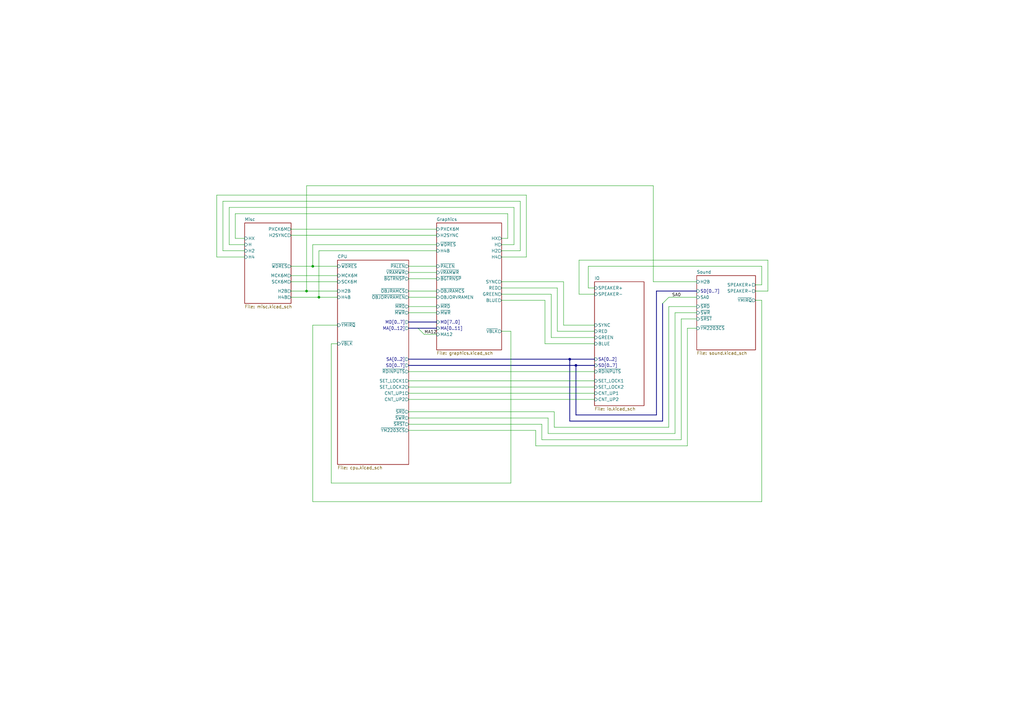
<source format=kicad_sch>
(kicad_sch (version 20211123) (generator eeschema)
  (paper "A3")
  (title_block (title "Insector X - P0-056A") (date "2022-12-06") (company "Ulf Skutnabba, twitter: @skutis77"))
  (lib_symbols)
  (junction (at 236.22 149.86))
  (junction (at 128.27 109.22))
  (junction (at 125.73 119.38))
  (junction (at 233.68 147.32))
  (junction (at 130.81 121.92))
  (bus_entry (at 171.45 134.62) (size 2.54 2.54))
  (bus_entry (at 271.78 124.46) (size 2.54 -2.54))
  (wire (pts (xy 119.38 115.57) (xy 138.43 115.57)))
  (wire (pts (xy 173.99 137.16) (xy 179.07 137.16)))
  (wire (pts (xy 219.71 176.53) (xy 219.71 182.88)))
  (wire (pts (xy 205.74 105.41) (xy 215.9 105.41)))
  (bus (pts (xy 167.64 149.86) (xy 236.22 149.86)))
  (bus (pts (xy 236.22 149.86) (xy 236.22 170.18)))
  (bus (pts (xy 271.78 124.46) (xy 271.78 172.72)))
  (wire (pts (xy 213.36 82.55) (xy 91.44 82.55)))
  (wire (pts (xy 93.98 100.33) (xy 100.33 100.33)))
  (wire (pts (xy 228.6 135.89) (xy 243.84 135.89)))
  (wire (pts (xy 237.49 106.68) (xy 314.96 106.68)))
  (wire (pts (xy 130.81 121.92) (xy 130.81 102.87)))
  (bus (pts (xy 233.68 147.32) (xy 243.84 147.32)))
  (wire (pts (xy 226.06 120.65) (xy 226.06 138.43)))
  (wire (pts (xy 314.96 119.38) (xy 314.96 106.68)))
  (wire (pts (xy 215.9 105.41) (xy 215.9 80.01)))
  (wire (pts (xy 215.9 80.01) (xy 88.9 80.01)))
  (bus (pts (xy 236.22 170.18) (xy 269.24 170.18)))
  (wire (pts (xy 312.42 205.74) (xy 128.27 205.74)))
  (wire (pts (xy 210.82 85.09) (xy 93.98 85.09)))
  (bus (pts (xy 233.68 147.32) (xy 233.68 172.72)))
  (wire (pts (xy 222.25 173.99) (xy 222.25 180.34)))
  (wire (pts (xy 309.88 116.84) (xy 312.42 116.84)))
  (wire (pts (xy 223.52 123.19) (xy 223.52 140.97)))
  (wire (pts (xy 128.27 133.35) (xy 138.43 133.35)))
  (wire (pts (xy 125.73 119.38) (xy 138.43 119.38)))
  (wire (pts (xy 179.07 100.33) (xy 128.27 100.33)))
  (wire (pts (xy 267.97 115.57) (xy 267.97 76.2)))
  (wire (pts (xy 241.3 109.22) (xy 312.42 109.22)))
  (wire (pts (xy 93.98 85.09) (xy 93.98 100.33)))
  (wire (pts (xy 267.97 76.2) (xy 125.73 76.2)))
  (wire (pts (xy 210.82 100.33) (xy 210.82 85.09)))
  (wire (pts (xy 274.32 121.92) (xy 285.75 121.92)))
  (wire (pts (xy 205.74 97.79) (xy 208.28 97.79)))
  (wire (pts (xy 167.64 161.29) (xy 243.84 161.29)))
  (wire (pts (xy 231.14 133.35) (xy 243.84 133.35)))
  (wire (pts (xy 205.74 100.33) (xy 210.82 100.33)))
  (wire (pts (xy 128.27 109.22) (xy 138.43 109.22)))
  (wire (pts (xy 167.64 128.27) (xy 179.07 128.27)))
  (wire (pts (xy 125.73 76.2) (xy 125.73 119.38)))
  (wire (pts (xy 274.32 125.73) (xy 285.75 125.73)))
  (wire (pts (xy 205.74 118.11) (xy 228.6 118.11)))
  (wire (pts (xy 130.81 121.92) (xy 138.43 121.92)))
  (wire (pts (xy 167.64 171.45) (xy 224.79 171.45)))
  (bus (pts (xy 167.64 134.62) (xy 171.45 134.62)))
  (bus (pts (xy 167.64 147.32) (xy 233.68 147.32)))
  (wire (pts (xy 119.38 119.38) (xy 125.73 119.38)))
  (wire (pts (xy 167.64 156.21) (xy 243.84 156.21)))
  (bus (pts (xy 233.68 172.72) (xy 271.78 172.72)))
  (wire (pts (xy 128.27 205.74) (xy 128.27 133.35)))
  (wire (pts (xy 167.64 168.91) (xy 227.33 168.91)))
  (wire (pts (xy 91.44 82.55) (xy 91.44 102.87)))
  (wire (pts (xy 91.44 102.87) (xy 100.33 102.87)))
  (wire (pts (xy 227.33 175.26) (xy 274.32 175.26)))
  (wire (pts (xy 128.27 100.33) (xy 128.27 109.22)))
  (wire (pts (xy 130.81 102.87) (xy 179.07 102.87)))
  (wire (pts (xy 119.38 113.03) (xy 138.43 113.03)))
  (wire (pts (xy 309.88 123.19) (xy 312.42 123.19)))
  (bus (pts (xy 269.24 119.38) (xy 285.75 119.38)))
  (wire (pts (xy 237.49 120.65) (xy 237.49 106.68)))
  (wire (pts (xy 241.3 118.11) (xy 243.84 118.11)))
  (wire (pts (xy 205.74 115.57) (xy 231.14 115.57)))
  (bus (pts (xy 171.45 134.62) (xy 179.07 134.62)))
  (wire (pts (xy 205.74 123.19) (xy 223.52 123.19)))
  (wire (pts (xy 135.89 198.12) (xy 209.55 198.12)))
  (wire (pts (xy 213.36 102.87) (xy 213.36 82.55)))
  (wire (pts (xy 279.4 130.81) (xy 285.75 130.81)))
  (wire (pts (xy 231.14 115.57) (xy 231.14 133.35)))
  (bus (pts (xy 269.24 170.18) (xy 269.24 119.38)))
  (wire (pts (xy 224.79 177.8) (xy 276.86 177.8)))
  (wire (pts (xy 276.86 128.27) (xy 285.75 128.27)))
  (bus (pts (xy 167.64 132.08) (xy 179.07 132.08)))
  (wire (pts (xy 119.38 93.98) (xy 179.07 93.98)))
  (bus (pts (xy 236.22 149.86) (xy 243.84 149.86)))
  (wire (pts (xy 167.64 158.75) (xy 243.84 158.75)))
  (wire (pts (xy 167.64 114.3) (xy 179.07 114.3)))
  (wire (pts (xy 222.25 180.34) (xy 279.4 180.34)))
  (wire (pts (xy 224.79 171.45) (xy 224.79 177.8)))
  (wire (pts (xy 228.6 118.11) (xy 228.6 135.89)))
  (wire (pts (xy 285.75 134.62) (xy 281.94 134.62)))
  (wire (pts (xy 227.33 168.91) (xy 227.33 175.26)))
  (wire (pts (xy 167.64 125.73) (xy 179.07 125.73)))
  (wire (pts (xy 167.64 163.83) (xy 243.84 163.83)))
  (wire (pts (xy 119.38 96.52) (xy 179.07 96.52)))
  (wire (pts (xy 285.75 115.57) (xy 267.97 115.57)))
  (wire (pts (xy 219.71 182.88) (xy 281.94 182.88)))
  (wire (pts (xy 223.52 140.97) (xy 243.84 140.97)))
  (wire (pts (xy 276.86 177.8) (xy 276.86 128.27)))
  (wire (pts (xy 88.9 80.01) (xy 88.9 105.41)))
  (wire (pts (xy 274.32 175.26) (xy 274.32 125.73)))
  (wire (pts (xy 167.64 176.53) (xy 219.71 176.53)))
  (wire (pts (xy 167.64 152.4) (xy 243.84 152.4)))
  (wire (pts (xy 226.06 138.43) (xy 243.84 138.43)))
  (wire (pts (xy 119.38 109.22) (xy 128.27 109.22)))
  (wire (pts (xy 167.64 119.38) (xy 179.07 119.38)))
  (wire (pts (xy 281.94 134.62) (xy 281.94 182.88)))
  (wire (pts (xy 167.64 121.92) (xy 179.07 121.92)))
  (wire (pts (xy 205.74 120.65) (xy 226.06 120.65)))
  (wire (pts (xy 208.28 97.79) (xy 208.28 87.63)))
  (wire (pts (xy 135.89 140.97) (xy 138.43 140.97)))
  (wire (pts (xy 167.64 173.99) (xy 222.25 173.99)))
  (wire (pts (xy 167.64 111.76) (xy 179.07 111.76)))
  (wire (pts (xy 167.64 109.22) (xy 179.07 109.22)))
  (wire (pts (xy 237.49 120.65) (xy 243.84 120.65)))
  (wire (pts (xy 88.9 105.41) (xy 100.33 105.41)))
  (wire (pts (xy 135.89 198.12) (xy 135.89 140.97)))
  (wire (pts (xy 309.88 119.38) (xy 314.96 119.38)))
  (wire (pts (xy 312.42 116.84) (xy 312.42 109.22)))
  (wire (pts (xy 241.3 118.11) (xy 241.3 109.22)))
  (wire (pts (xy 96.52 87.63) (xy 96.52 97.79)))
  (wire (pts (xy 279.4 180.34) (xy 279.4 130.81)))
  (wire (pts (xy 96.52 97.79) (xy 100.33 97.79)))
  (wire (pts (xy 119.38 121.92) (xy 130.81 121.92)))
  (wire (pts (xy 312.42 123.19) (xy 312.42 205.74)))
  (wire (pts (xy 205.74 102.87) (xy 213.36 102.87)))
  (wire (pts (xy 208.28 87.63) (xy 96.52 87.63)))
  (wire (pts (xy 209.55 135.89) (xy 209.55 198.12)))
  (wire (pts (xy 205.74 135.89) (xy 209.55 135.89)))
  (label "SA0" (at 275.59 121.92 0))
  (label "MA12" (at 173.99 137.16 0))
  (sheet (at 285.75 113.03) (size 24.13 30.48) (stroke (width 0.1524))
    (property "Sheet name" "Sound" (at 285.75 112.3184 0) (effects (justify left bottom)))
    (property "Sheet file" "sound.kicad_sch" (at 285.75 144.0946 0) (effects (justify left top)))
    (pin "H2B" input (at 285.75 115.57 180))
    (pin "SPEAKER+" output (at 309.88 116.84 0))
    (pin "SPEAKER-" output (at 309.88 119.38 0))
    (pin "SD[0..7]" input (at 285.75 119.38 180))
    (pin "~{SRD}" input (at 285.75 125.73 180))
    (pin "SA0" input (at 285.75 121.92 180))
    (pin "~{SRST}" input (at 285.75 130.81 180))
    (pin "~{YM2203CS}" input (at 285.75 134.62 180))
    (pin "~{SWR}" input (at 285.75 128.27 180))
    (pin "~{YMIRQ}" output (at 309.88 123.19 0))
  )
  (sheet (at 243.84 115.57) (size 20.32 50.8) (stroke (width 0.1524))
    (property "Sheet name" "IO" (at 243.84 114.8584 0) (effects (justify left bottom)))
    (property "Sheet file" "io.kicad_sch" (at 243.84 166.9546 0) (effects (justify left top)))
    (pin "SD[0..7]" input (at 243.84 149.86 180))
    (pin "SA[0..2]" input (at 243.84 147.32 180))
    (pin "SPEAKER+" input (at 243.84 118.11 180))
    (pin "RED" input (at 243.84 135.89 180))
    (pin "BLUE" input (at 243.84 140.97 180))
    (pin "GREEN" input (at 243.84 138.43 180))
    (pin "SYNC" input (at 243.84 133.35 180))
    (pin "SPEAKER-" input (at 243.84 120.65 180))
    (pin "~{RDINPUTS}" input (at 243.84 152.4 180))
    (pin "CNT_UP2" input (at 243.84 163.83 180))
    (pin "SET_LOCK2" input (at 243.84 158.75 180))
    (pin "CNT_UP1" input (at 243.84 161.29 180))
    (pin "SET_LOCK1" input (at 243.84 156.21 180))
  )
  (sheet (at 179.07 91.44) (size 26.67 52.07) (stroke (width 0.1524))
    (property "Sheet name" "Graphics" (at 179.07 90.7284 0) (effects (justify left bottom)))
    (property "Sheet file" "graphics.kicad_sch" (at 179.07 144.0946 0) (effects (justify left top)))
    (pin "~{OBJRAMCS}" input (at 179.07 119.38 180))
    (pin "SYNC" output (at 205.74 115.57 0))
    (pin "RED" output (at 205.74 118.11 0))
    (pin "BLUE" output (at 205.74 123.19 0))
    (pin "GREEN" output (at 205.74 120.65 0))
    (pin "~{MRD}" input (at 179.07 125.73 180))
    (pin "MA12" input (at 179.07 137.16 180))
    (pin "MD[7..0]" input (at 179.07 132.08 180))
    (pin "MA[0..11]" input (at 179.07 134.62 180))
    (pin "~{WDRES}" input (at 179.07 100.33 180))
    (pin "~{BGTRNSP}" input (at 179.07 114.3 180))
    (pin "~{VRAMWR}" input (at 179.07 111.76 180))
    (pin "~{PALEN}" input (at 179.07 109.22 180))
    (pin "~{MWR}" input (at 179.07 128.27 180))
    (pin "OBJORVRAMEN" input (at 179.07 121.92 180))
    (pin "~{VBLK}" output (at 205.74 135.89 0))
    (pin "H" output (at 205.74 100.33 0))
    (pin "H4" output (at 205.74 105.41 0))
    (pin "H2" output (at 205.74 102.87 0))
    (pin "H2SYNC" input (at 179.07 96.52 180))
    (pin "PXCK6M" input (at 179.07 93.98 180))
    (pin "H4B" input (at 179.07 102.87 180))
    (pin "HX" output (at 205.74 97.79 0))
  )
  (sheet (at 100.33 91.44) (size 19.05 33.02) (stroke (width 0.1524))
    (property "Sheet name" "Misc" (at 100.33 90.7284 0) (effects (justify left bottom)))
    (property "Sheet file" "misc.kicad_sch" (at 100.33 125.0446 0) (effects (justify left top)))
    (pin "~{WDRES}" output (at 119.38 109.22 0))
    (pin "H" input (at 100.33 100.33 180))
    (pin "H2" input (at 100.33 102.87 180))
    (pin "SCK6M" output (at 119.38 115.57 0))
    (pin "MCK6M" output (at 119.38 113.03 0))
    (pin "H2B" output (at 119.38 119.38 0))
    (pin "H2SYNC" output (at 119.38 96.52 0))
    (pin "PXCK6M" output (at 119.38 93.98 0))
    (pin "H4B" output (at 119.38 121.92 0))
    (pin "H4" input (at 100.33 105.41 180))
    (pin "HX" input (at 100.33 97.79 180))
  )
  (sheet (at 138.43 106.68) (size 29.21 83.82) (stroke (width 0.1524))
    (property "Sheet name" "CPU" (at 138.43 105.9684 0) (effects (justify left bottom)))
    (property "Sheet file" "cpu.kicad_sch" (at 138.43 191.0846 0) (effects (justify left top)))
    (pin "~{SRST}" output (at 167.64 173.99 0))
    (pin "~{PALEN}" output (at 167.64 109.22 0))
    (pin "~{VRAMWR}" output (at 167.64 111.76 0))
    (pin "~{BGTRNSP}" output (at 167.64 114.3 0))
    (pin "MD[0..7]" output (at 167.64 132.08 0))
    (pin "~{YMIRQ}" input (at 138.43 133.35 180))
    (pin "~{SWR}" output (at 167.64 171.45 0))
    (pin "~{SRD}" output (at 167.64 168.91 0))
    (pin "H4B" input (at 138.43 121.92 180))
    (pin "H2B" input (at 138.43 119.38 180))
    (pin "SD[0..7]" output (at 167.64 149.86 0))
    (pin "~{YM2203CS}" output (at 167.64 176.53 0))
    (pin "~{RDINPUTS}" output (at 167.64 152.4 0))
    (pin "~{OBJRAMCS}" output (at 167.64 119.38 0))
    (pin "~{OBJORVRAMEN}" output (at 167.64 121.92 0))
    (pin "~{VBLK}" input (at 138.43 140.97 180))
    (pin "~{MRD}" output (at 167.64 125.73 0))
    (pin "~{MWR}" output (at 167.64 128.27 0))
    (pin "MCK6M" input (at 138.43 113.03 180))
    (pin "MA[0..12]" output (at 167.64 134.62 0))
    (pin "SA[0..2]" output (at 167.64 147.32 0))
    (pin "SCK6M" input (at 138.43 115.57 180))
    (pin "~{WDRES}" input (at 138.43 109.22 180))
    (pin "SET_LOCK1" output (at 167.64 156.21 0))
    (pin "SET_LOCK2" output (at 167.64 158.75 0))
    (pin "CNT_UP1" output (at 167.64 161.29 0))
    (pin "CNT_UP2" output (at 167.64 163.83 0))
  )
)
</source>
